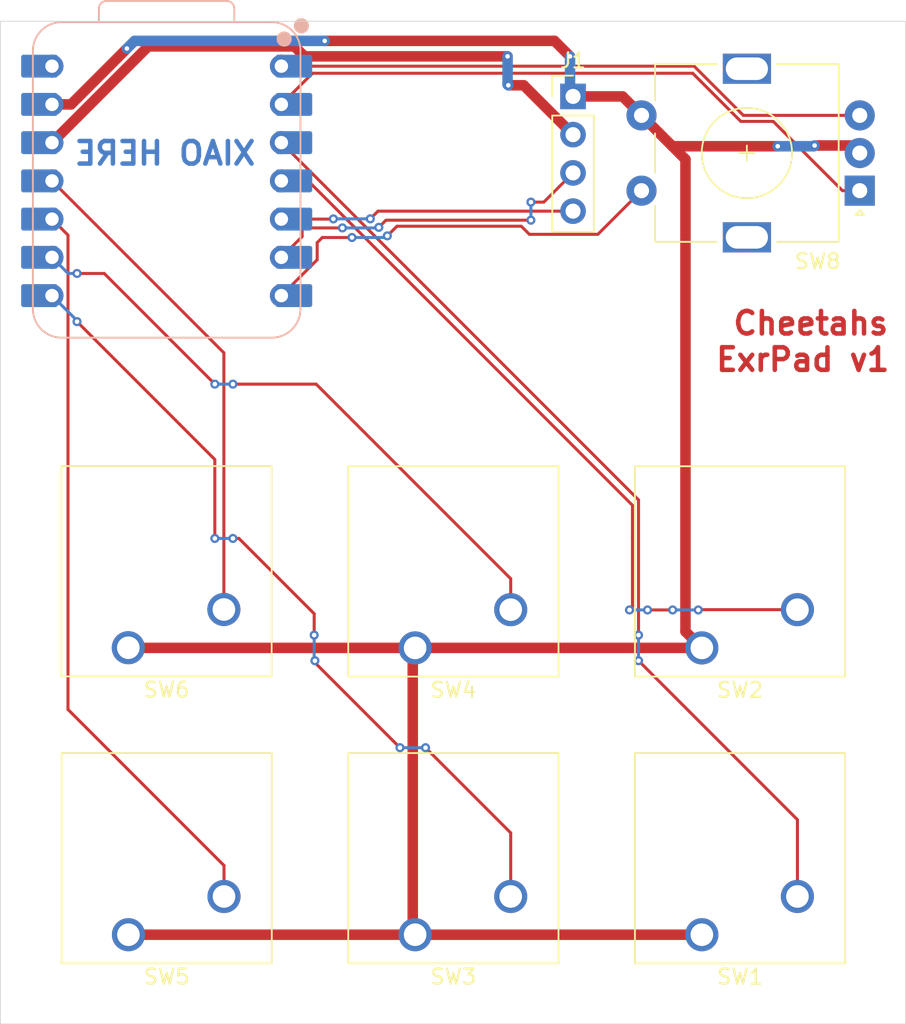
<source format=kicad_pcb>
(kicad_pcb (version 20241229) (generator "pcbnew") (generator_version "9.0")
  (layers (0 "F.Cu" signal) (2 "B.Cu" signal) (13 "F.Paste" user) (15 "B.Paste" user) (5 "F.SilkS" user "F.Silkscreen") (7 "B.SilkS" user "B.Silkscreen") (1 "F.Mask" user) (3 "B.Mask" user) (25 "Edge.Cuts" user))
  (net 0 "")
  (net 1 "Net-(J1-Pin_4)")
  (net 2 "Net-(J1-Pin_3)")
  (net 3 "VCC")
  (net 4 "GND")
  (net 5 "Net-(U1-GPIO28{slash}ADC2{slash}A2)")
  (net 6 "Net-(U1-GPIO29{slash}ADC3{slash}A3)")
  (net 7 "Net-(U1-GPIO1{slash}RX)")
  (net 8 "Net-(U1-GPIO2{slash}SCK)")
  (net 9 "Net-(U1-GPIO4{slash}MISO)")
  (net 10 "Net-(U1-GPIO3{slash}MOSI)")
  (net 11 "Net-(U1-GPIO26{slash}ADC0{slash}A0)")
  (net 12 "Net-(U1-GPIO27{slash}ADC1{slash}A1)")
  (net 13 "RE_Switch")
  (footprint "Rotary_Encoder:RotaryEncoder_Alps_EC11E-Switch_Vertical_H20mm" (layer "F.Cu") (at 175.25 75.75 180)
    (property "Reference" "SW8" (at 2.8 -4.7 0) (layer "F.SilkS"))
    (property "Value" "RotaryEncoder_Switch")
    (fp_line (start 13.6 8.4) (end 9.5 8.4) (stroke (width 0.12)) (layer "F.SilkS"))
    (fp_line (start 13.6 6) (end 13.6 8.4) (stroke (width 0.12)) (layer "F.SilkS"))
    (fp_line (start 13.6 1.2) (end 13.6 3.8) (stroke (width 0.12)) (layer "F.SilkS"))
    (fp_line (start 13.6 -3.4) (end 13.6 -1) (stroke (width 0.12)) (layer "F.SilkS"))
    (fp_line (start 9.5 -3.4) (end 13.6 -3.4) (stroke (width 0.12)) (layer "F.SilkS"))
    (fp_line (start 7.5 2) (end 7.5 3) (stroke (width 0.12)) (layer "F.SilkS"))
    (fp_line (start 7 2.5) (end 8 2.5) (stroke (width 0.12)) (layer "F.SilkS"))
    (fp_line (start 5.5 8.4) (end 1.4 8.4) (stroke (width 0.12)) (layer "F.SilkS"))
    (fp_line (start 5.5 -3.4) (end 1.4 -3.4) (stroke (width 0.12)) (layer "F.SilkS"))
    (fp_line (start 1.4 -3.4) (end 1.4 8.4) (stroke (width 0.12)) (layer "F.SilkS"))
    (fp_line (start 0.3 -1.6) (end 0 -1.3) (stroke (width 0.12)) (layer "F.SilkS"))
    (fp_line (start 0 -1.3) (end -0.3 -1.6) (stroke (width 0.12)) (layer "F.SilkS"))
    (fp_line (start -0.3 -1.6) (end 0.3 -1.6) (stroke (width 0.12)) (layer "F.SilkS"))
    (fp_circle (center 7.5 2.5) (end 10.5 2.5) (stroke (width 0.12)) (fill no) (layer "F.SilkS"))
    (pad "A" thru_hole rect (at 0 0 180) (size 2 2) (drill 1) (layers "*.Cu" "*.Mask") (net 12 "Net-(U1-GPIO27{slash}ADC1{slash}A1)"))
    (pad "B" thru_hole circle (at 0 5 180) (size 2 2) (drill 1) (layers "*.Cu" "*.Mask") (net 11 "Net-(U1-GPIO26{slash}ADC0{slash}A0)"))
    (pad "C" thru_hole circle (at 0 2.5 180) (size 2 2) (drill 1) (layers "*.Cu" "*.Mask") (net 4 "GND"))
    (pad "MP" thru_hole rect (at 7.5 -3.1 180) (size 3.2 2) (drill oval 2.8 1.5) (layers "*.Cu" "*.Mask"))
    (pad "MP" thru_hole rect (at 7.5 8.1 180) (size 3.2 2) (drill oval 2.8 1.5) (layers "*.Cu" "*.Mask"))
    (pad "S1" thru_hole circle (at 14.5 5 180) (size 2 2) (drill 1) (layers "*.Cu" "*.Mask") (net 4 "GND"))
    (pad "S2" thru_hole circle (at 14.5 0 180) (size 2 2) (drill 1) (layers "*.Cu" "*.Mask") (net 13 "RE_Switch"))
  )
  (footprint "Switch:SW_Cherry_MX_1.00u_PCB" (layer "F.Cu") (at 145.70875 125.17125 180)
    (property "Reference" "SW3" (at -2.54 -2.794 180) (layer "F.SilkS"))
    (property "Value" "SW_Push")
    (fp_line (start 4.445 12.065) (end -9.525 12.065) (stroke (width 0.12)) (layer "F.SilkS"))
    (fp_line (start 4.445 -1.905) (end 4.445 12.065) (stroke (width 0.12)) (layer "F.SilkS"))
    (fp_line (start -9.525 12.065) (end -9.525 -1.905) (stroke (width 0.12)) (layer "F.SilkS"))
    (fp_line (start -9.525 -1.905) (end 4.445 -1.905) (stroke (width 0.12)) (layer "F.SilkS"))
    (pad "" np_thru_hole circle (at -7.62 5.08 180) (size 1.7 1.7) (drill 1.7) (layers "*.Cu" "*.Mask"))
    (pad "" np_thru_hole circle (at -2.54 5.08 180) (size 4 4) (drill 4) (layers "*.Cu" "*.Mask"))
    (pad "" np_thru_hole circle (at 2.54 5.08 180) (size 1.7 1.7) (drill 1.7) (layers "*.Cu" "*.Mask"))
    (pad "1" thru_hole circle (at 0 0 180) (size 2.2 2.2) (drill 1.5) (layers "*.Cu" "*.Mask") (net 4 "GND"))
    (pad "2" thru_hole circle (at -6.35 2.54 180) (size 2.2 2.2) (drill 1.5) (layers "*.Cu" "*.Mask") (net 7 "Net-(U1-GPIO1{slash}RX)"))
  )
  (footprint "Switch:SW_Cherry_MX_1.00u_PCB" (layer "F.Cu") (at 126.65875 125.17125 180)
    (property "Reference" "SW5" (at -2.54 -2.794 180) (layer "F.SilkS"))
    (property "Value" "SW_Push")
    (fp_line (start 4.445 12.065) (end -9.525 12.065) (stroke (width 0.12)) (layer "F.SilkS"))
    (fp_line (start 4.445 -1.905) (end 4.445 12.065) (stroke (width 0.12)) (layer "F.SilkS"))
    (fp_line (start -9.525 12.065) (end -9.525 -1.905) (stroke (width 0.12)) (layer "F.SilkS"))
    (fp_line (start -9.525 -1.905) (end 4.445 -1.905) (stroke (width 0.12)) (layer "F.SilkS"))
    (pad "" np_thru_hole circle (at -7.62 5.08 180) (size 1.7 1.7) (drill 1.7) (layers "*.Cu" "*.Mask"))
    (pad "" np_thru_hole circle (at -2.54 5.08 180) (size 4 4) (drill 4) (layers "*.Cu" "*.Mask"))
    (pad "" np_thru_hole circle (at 2.54 5.08 180) (size 1.7 1.7) (drill 1.7) (layers "*.Cu" "*.Mask"))
    (pad "1" thru_hole circle (at 0 0 180) (size 2.2 2.2) (drill 1.5) (layers "*.Cu" "*.Mask") (net 4 "GND"))
    (pad "2" thru_hole circle (at -6.35 2.54 180) (size 2.2 2.2) (drill 1.5) (layers "*.Cu" "*.Mask") (net 9 "Net-(U1-GPIO4{slash}MISO)"))
  )
  (footprint "Switch:SW_Cherry_MX_1.00u_PCB" (layer "F.Cu") (at 164.75875 106.12125 180)
    (property "Reference" "SW2" (at -2.54 -2.794 180) (layer "F.SilkS"))
    (property "Value" "SW_Push")
    (fp_line (start 4.445 12.065) (end -9.525 12.065) (stroke (width 0.12)) (layer "F.SilkS"))
    (fp_line (start 4.445 -1.905) (end 4.445 12.065) (stroke (width 0.12)) (layer "F.SilkS"))
    (fp_line (start -9.525 12.065) (end -9.525 -1.905) (stroke (width 0.12)) (layer "F.SilkS"))
    (fp_line (start -9.525 -1.905) (end 4.445 -1.905) (stroke (width 0.12)) (layer "F.SilkS"))
    (pad "" np_thru_hole circle (at -7.62 5.08 180) (size 1.7 1.7) (drill 1.7) (layers "*.Cu" "*.Mask"))
    (pad "" np_thru_hole circle (at -2.54 5.08 180) (size 4 4) (drill 4) (layers "*.Cu" "*.Mask"))
    (pad "" np_thru_hole circle (at 2.54 5.08 180) (size 1.7 1.7) (drill 1.7) (layers "*.Cu" "*.Mask"))
    (pad "1" thru_hole circle (at 0 0 180) (size 2.2 2.2) (drill 1.5) (layers "*.Cu" "*.Mask") (net 4 "GND"))
    (pad "2" thru_hole circle (at -6.35 2.54 180) (size 2.2 2.2) (drill 1.5) (layers "*.Cu" "*.Mask") (net 6 "Net-(U1-GPIO29{slash}ADC3{slash}A3)"))
  )
  (footprint "Switch:SW_Cherry_MX_1.00u_PCB" (layer "F.Cu") (at 164.75875 125.17125 180)
    (property "Reference" "SW1" (at -2.54 -2.794 180) (layer "F.SilkS"))
    (property "Value" "SW_Push")
    (fp_line (start 4.445 12.065) (end -9.525 12.065) (stroke (width 0.12)) (layer "F.SilkS"))
    (fp_line (start 4.445 -1.905) (end 4.445 12.065) (stroke (width 0.12)) (layer "F.SilkS"))
    (fp_line (start -9.525 12.065) (end -9.525 -1.905) (stroke (width 0.12)) (layer "F.SilkS"))
    (fp_line (start -9.525 -1.905) (end 4.445 -1.905) (stroke (width 0.12)) (layer "F.SilkS"))
    (pad "" np_thru_hole circle (at -7.62 5.08 180) (size 1.7 1.7) (drill 1.7) (layers "*.Cu" "*.Mask"))
    (pad "" np_thru_hole circle (at -2.54 5.08 180) (size 4 4) (drill 4) (layers "*.Cu" "*.Mask"))
    (pad "" np_thru_hole circle (at 2.54 5.08 180) (size 1.7 1.7) (drill 1.7) (layers "*.Cu" "*.Mask"))
    (pad "1" thru_hole circle (at 0 0 180) (size 2.2 2.2) (drill 1.5) (layers "*.Cu" "*.Mask") (net 4 "GND"))
    (pad "2" thru_hole circle (at -6.35 2.54 180) (size 2.2 2.2) (drill 1.5) (layers "*.Cu" "*.Mask") (net 5 "Net-(U1-GPIO28{slash}ADC2{slash}A2)"))
  )
  (footprint "Connector_PinHeader_2.54mm:PinHeader_1x04_P2.54mm_Vertical" (layer "F.Cu") (at 156.2 69.49)
    (property "Reference" "J1" (at 0 -2.38 0) (layer "F.SilkS"))
    (property "Value" "Screen")
    (fp_line (start -1.38 -1.38) (end 0 -1.38) (stroke (width 0.12)) (layer "F.SilkS"))
    (fp_line (start -1.38 0) (end -1.38 -1.38) (stroke (width 0.12)) (layer "F.SilkS"))
    (fp_line (start -1.38 1.27) (end -1.38 9) (stroke (width 0.12)) (layer "F.SilkS"))
    (fp_line (start -1.38 1.27) (end 1.38 1.27) (stroke (width 0.12)) (layer "F.SilkS"))
    (fp_line (start -1.38 9) (end 1.38 9) (stroke (width 0.12)) (layer "F.SilkS"))
    (fp_line (start 1.38 1.27) (end 1.38 9) (stroke (width 0.12)) (layer "F.SilkS"))
    (pad "1" thru_hole rect (at 0 0) (size 1.7 1.7) (drill 1) (layers "*.Cu" "*.Mask") (net 4 "GND"))
    (pad "2" thru_hole circle (at 0 2.54) (size 1.7 1.7) (drill 1) (layers "*.Cu" "*.Mask") (net 3 "VCC"))
    (pad "3" thru_hole circle (at 0 5.08) (size 1.7 1.7) (drill 1) (layers "*.Cu" "*.Mask") (net 2 "Net-(J1-Pin_3)"))
    (pad "4" thru_hole circle (at 0 7.62) (size 1.7 1.7) (drill 1) (layers "*.Cu" "*.Mask") (net 1 "Net-(J1-Pin_4)"))
  )
  (footprint "Switch:SW_Cherry_MX_1.00u_PCB" (layer "F.Cu") (at 145.70875 106.12125 180)
    (property "Reference" "SW4" (at -2.54 -2.794 180) (layer "F.SilkS"))
    (property "Value" "SW_Push")
    (fp_line (start 4.445 12.065) (end -9.525 12.065) (stroke (width 0.12)) (layer "F.SilkS"))
    (fp_line (start 4.445 -1.905) (end 4.445 12.065) (stroke (width 0.12)) (layer "F.SilkS"))
    (fp_line (start -9.525 12.065) (end -9.525 -1.905) (stroke (width 0.12)) (layer "F.SilkS"))
    (fp_line (start -9.525 -1.905) (end 4.445 -1.905) (stroke (width 0.12)) (layer "F.SilkS"))
    (pad "" np_thru_hole circle (at -7.62 5.08 180) (size 1.7 1.7) (drill 1.7) (layers "*.Cu" "*.Mask"))
    (pad "" np_thru_hole circle (at -2.54 5.08 180) (size 4 4) (drill 4) (layers "*.Cu" "*.Mask"))
    (pad "" np_thru_hole circle (at 2.54 5.08 180) (size 1.7 1.7) (drill 1.7) (layers "*.Cu" "*.Mask"))
    (pad "1" thru_hole circle (at 0 0 180) (size 2.2 2.2) (drill 1.5) (layers "*.Cu" "*.Mask") (net 4 "GND"))
    (pad "2" thru_hole circle (at -6.35 2.54 180) (size 2.2 2.2) (drill 1.5) (layers "*.Cu" "*.Mask") (net 8 "Net-(U1-GPIO2{slash}SCK)"))
  )
  (footprint "Switch:SW_Cherry_MX_1.00u_PCB" (layer "F.Cu") (at 126.65 106.11 180)
    (property "Reference" "SW6" (at -2.54 -2.794 180) (layer "F.SilkS"))
    (property "Value" "SW_Push")
    (fp_line (start 4.445 12.065) (end -9.525 12.065) (stroke (width 0.12)) (layer "F.SilkS"))
    (fp_line (start 4.445 -1.905) (end 4.445 12.065) (stroke (width 0.12)) (layer "F.SilkS"))
    (fp_line (start -9.525 12.065) (end -9.525 -1.905) (stroke (width 0.12)) (layer "F.SilkS"))
    (fp_line (start -9.525 -1.905) (end 4.445 -1.905) (stroke (width 0.12)) (layer "F.SilkS"))
    (pad "" np_thru_hole circle (at -7.62 5.08 180) (size 1.7 1.7) (drill 1.7) (layers "*.Cu" "*.Mask"))
    (pad "" np_thru_hole circle (at -2.54 5.08 180) (size 4 4) (drill 4) (layers "*.Cu" "*.Mask"))
    (pad "" np_thru_hole circle (at 2.54 5.08 180) (size 1.7 1.7) (drill 1.7) (layers "*.Cu" "*.Mask"))
    (pad "1" thru_hole circle (at 0 0 180) (size 2.2 2.2) (drill 1.5) (layers "*.Cu" "*.Mask") (net 4 "GND"))
    (pad "2" thru_hole circle (at -6.35 2.54 180) (size 2.2 2.2) (drill 1.5) (layers "*.Cu" "*.Mask") (net 10 "Net-(U1-GPIO3{slash}MOSI)"))
  )
  (footprint "OPL Lib:XIAO-RP2040-DIP" (layer "B.Cu") (at 129.2 75.1 180)
    (property "Reference" "U1" (hide yes))
    (property "Value" "XIAO-RP2040-DIP")
    (fp_line (start 8.89 -8.509) (end 8.89 8.636) (stroke (width 0.127)) (layer "B.SilkS"))
    (fp_line (start 6.985 10.541) (end -6.985 10.541) (stroke (width 0.1)) (layer "B.SilkS"))
    (fp_line (start 6.985 10.541) (end -6.985 10.541) (stroke (width 0.127)) (layer "B.SilkS"))
    (fp_line (start 4.504 11.451) (end 4.504 10.541) (stroke (width 0.127)) (layer "B.SilkS"))
    (fp_line (start -3.991272 11.951) (end 4.004 11.951) (stroke (width 0.127)) (layer "B.SilkS"))
    (fp_line (start -4.495 10.541) (end -4.491272 11.451272) (stroke (width 0.127)) (layer "B.SilkS"))
    (fp_line (start -6.985 -10.414) (end 6.985 -10.414) (stroke (width 0.127)) (layer "B.SilkS"))
    (fp_line (start -8.89 -8.509) (end -8.89 8.636) (stroke (width 0.127)) (layer "B.SilkS"))
    (fp_arc (start 8.89 8.636) (mid 8.332038 9.983038) (end 6.985 10.541) (stroke (width 0.127)) (layer "B.SilkS"))
    (fp_arc (start 6.985 -10.414) (mid 8.332038 -9.856038) (end 8.89 -8.509) (stroke (width 0.127)) (layer "B.SilkS"))
    (fp_arc (start 4.504 11.451) (mid 4.357553 11.804553) (end 4.004 11.951) (stroke (width 0.127)) (layer "B.SilkS"))
    (fp_arc (start -3.991272 11.951) (mid -4.344724 11.804644) (end -4.491272 11.451272) (stroke (width 0.127)) (layer "B.SilkS"))
    (fp_arc (start -6.985 10.541) (mid -8.332038 9.983038) (end -8.89 8.636) (stroke (width 0.127)) (layer "B.SilkS"))
    (fp_arc (start -8.89 -8.509) (mid -8.332038 -9.856038) (end -6.985 -10.414) (stroke (width 0.127)) (layer "B.SilkS"))
    (fp_circle (center -7.807 9.42) (end -7.807 9.674) (stroke (width 0.5)) (fill yes) (layer "B.SilkS"))
    (fp_circle (center -8.95 10.3) (end -8.95 10.554) (stroke (width 0.5)) (fill yes) (layer "B.SilkS"))
    (pad "1" smd roundrect (at -8.455 7.62) (size 2.432 1.524) (layers "B.Cu" "B.Mask") (roundrect_rratio 0.1) (net 11 "Net-(U1-GPIO26{slash}ADC0{slash}A0)"))
    (pad "1" thru_hole circle (at -7.62 7.62) (size 1.524 1.524) (drill 0.889) (layers "*.Cu" "*.Mask") (net 11 "Net-(U1-GPIO26{slash}ADC0{slash}A0)"))
    (pad "2" smd roundrect (at -8.455 5.08) (size 2.432 1.524) (layers "B.Cu" "B.Mask") (roundrect_rratio 0.1) (net 12 "Net-(U1-GPIO27{slash}ADC1{slash}A1)"))
    (pad "2" thru_hole circle (at -7.62 5.08) (size 1.524 1.524) (drill 0.889) (layers "*.Cu" "*.Mask") (net 12 "Net-(U1-GPIO27{slash}ADC1{slash}A1)"))
    (pad "3" smd roundrect (at -8.455 2.54) (size 2.432 1.524) (layers "B.Cu" "B.Mask") (roundrect_rratio 0.1) (net 5 "Net-(U1-GPIO28{slash}ADC2{slash}A2)"))
    (pad "3" thru_hole circle (at -7.62 2.54) (size 1.524 1.524) (drill 0.889) (layers "*.Cu" "*.Mask") (net 5 "Net-(U1-GPIO28{slash}ADC2{slash}A2)"))
    (pad "4" smd roundrect (at -8.455 0) (size 2.432 1.524) (layers "B.Cu" "B.Mask") (roundrect_rratio 0.1) (net 6 "Net-(U1-GPIO29{slash}ADC3{slash}A3)"))
    (pad "4" thru_hole circle (at -7.62 0) (size 1.524 1.524) (drill 0.889) (layers "*.Cu" "*.Mask") (net 6 "Net-(U1-GPIO29{slash}ADC3{slash}A3)"))
    (pad "5" smd roundrect (at -8.455 -2.54) (size 2.432 1.524) (layers "B.Cu" "B.Mask") (roundrect_rratio 0.1) (net 1 "Net-(J1-Pin_4)"))
    (pad "5" thru_hole circle (at -7.62 -2.54) (size 1.524 1.524) (drill 0.889) (layers "*.Cu" "*.Mask") (net 1 "Net-(J1-Pin_4)"))
    (pad "6" smd roundrect (at -8.455 -5.08) (size 2.432 1.524) (layers "B.Cu" "B.Mask") (roundrect_rratio 0.1) (net 2 "Net-(J1-Pin_3)"))
    (pad "6" thru_hole circle (at -7.62 -5.08) (size 1.524 1.524) (drill 0.889) (layers "*.Cu" "*.Mask") (net 2 "Net-(J1-Pin_3)"))
    (pad "7" smd roundrect (at -8.455 -7.62) (size 2.432 1.524) (layers "B.Cu" "B.Mask") (roundrect_rratio 0.1) (net 13 "RE_Switch"))
    (pad "7" thru_hole circle (at -7.62 -7.62) (size 1.524 1.524) (drill 0.889) (layers "*.Cu" "*.Mask") (net 13 "RE_Switch"))
    (pad "8" thru_hole circle (at 7.62 -7.62 180) (size 1.524 1.524) (drill 0.889) (layers "*.Cu" "*.Mask") (net 7 "Net-(U1-GPIO1{slash}RX)"))
    (pad "8" smd roundrect (at 8.455 -7.62 180) (size 2.432 1.524) (layers "B.Cu" "B.Mask") (roundrect_rratio 0.1) (net 7 "Net-(U1-GPIO1{slash}RX)"))
    (pad "9" thru_hole circle (at 7.62 -5.08 180) (size 1.524 1.524) (drill 0.889) (layers "*.Cu" "*.Mask") (net 8 "Net-(U1-GPIO2{slash}SCK)"))
    (pad "9" smd roundrect (at 8.455 -5.08 180) (size 2.432 1.524) (layers "B.Cu" "B.Mask") (roundrect_rratio 0.1) (net 8 "Net-(U1-GPIO2{slash}SCK)"))
    (pad "10" thru_hole circle (at 7.62 -2.54 180) (size 1.524 1.524) (drill 0.889) (layers "*.Cu" "*.Mask") (net 9 "Net-(U1-GPIO4{slash}MISO)"))
    (pad "10" smd roundrect (at 8.455 -2.54 180) (size 2.432 1.524) (layers "B.Cu" "B.Mask") (roundrect_rratio 0.1) (net 9 "Net-(U1-GPIO4{slash}MISO)"))
    (pad "11" thru_hole circle (at 7.62 0 180) (size 1.524 1.524) (drill 0.889) (layers "*.Cu" "*.Mask") (net 10 "Net-(U1-GPIO3{slash}MOSI)"))
    (pad "11" smd roundrect (at 8.455 0 180) (size 2.432 1.524) (layers "B.Cu" "B.Mask") (roundrect_rratio 0.1) (net 10 "Net-(U1-GPIO3{slash}MOSI)"))
    (pad "12" thru_hole circle (at 7.62 2.54 180) (size 1.524 1.524) (drill 0.889) (layers "*.Cu" "*.Mask") (net 3 "VCC"))
    (pad "12" smd roundrect (at 8.455 2.54 180) (size 2.432 1.524) (layers "B.Cu" "B.Mask") (roundrect_rratio 0.1) (net 3 "VCC"))
    (pad "13" thru_hole circle (at 7.62 5.08 180) (size 1.524 1.524) (drill 0.889) (layers "*.Cu" "*.Mask") (net 4 "GND"))
    (pad "13" smd roundrect (at 8.455 5.08 180) (size 2.432 1.524) (layers "B.Cu" "B.Mask") (roundrect_rratio 0.1) (net 4 "GND"))
    (pad "14" thru_hole circle (at 7.62 7.62 180) (size 1.524 1.524) (drill 0.889) (layers "*.Cu" "*.Mask"))
    (pad "14" smd roundrect (at 8.455 7.62 180) (size 2.432 1.524) (layers "B.Cu" "B.Mask") (roundrect_rratio 0.1))
  )
  (gr_rect (start 118.15 64.5) (end 178.3 131.1) (stroke (width 0.05)) (fill no) (layer "Edge.Cuts"))
  (gr_text " Cheetahs\nExrPad v1" (at 165.55 87.85 0) (layer "F.Cu") (effects (font (size 1.5 1.5) (thickness 0.3) (bold yes)) (justify left bottom)))
  (gr_text "XIAO HERE\n" (at 135.25 74.15 0) (layer "B.Cu") (effects (font (size 1.5 1.5) (thickness 0.3) (bold yes)) (justify left bottom mirror)))
  (segment (start 142.729265 77.620735) (end 143.24 77.11) (width 0.2) (layer "F.Cu") (net 1))
  (segment (start 136.82 77.64) (end 140.26 77.64) (width 0.2) (layer "F.Cu") (net 1))
  (segment (start 140.26 77.64) (end 140.275735 77.624265) (width 0.2) (layer "F.Cu") (net 1))
  (segment (start 143.24 77.11) (end 156.2 77.11) (width 0.2) (layer "F.Cu") (net 1))
  (via (at 142.729265 77.620735) (size 0.6) (drill 0.3) (layers "F.Cu" "B.Cu") (net 1))
  (via (at 140.275735 77.624265) (size 0.6) (drill 0.3) (layers "F.Cu" "B.Cu") (net 1))
  (segment (start 142.725735 77.624265) (end 142.729265 77.620735) (width 0.2) (layer "B.Cu") (net 1))
  (segment (start 140.275735 77.624265) (end 142.725735 77.624265) (width 0.2) (layer "B.Cu") (net 1))
  (segment (start 143.294952 78.186422) (end 143.771374 77.71) (width 0.2) (layer "F.Cu") (net 2))
  (segment (start 136.82 80.18) (end 138.2 78.8) (width 0.2) (layer "F.Cu") (net 2))
  (segment (start 138.2 78.05) (end 138.374265 78.224265) (width 0.2) (layer "F.Cu") (net 2))
  (segment (start 138.2 78.8) (end 138.2 78.05) (width 0.2) (layer "F.Cu") (net 2))
  (segment (start 154.26 76.51) (end 156.2 74.57) (width 0.2) (layer "F.Cu") (net 2))
  (segment (start 138.374265 78.224265) (end 140.875735 78.224265) (width 0.2) (layer "F.Cu") (net 2))
  (segment (start 143.771374 77.71) (end 153.4 77.71) (width 0.2) (layer "F.Cu") (net 2))
  (segment (start 153.4 76.51) (end 154.26 76.51) (width 0.2) (layer "F.Cu") (net 2))
  (via (at 140.875735 78.224265) (size 0.6) (drill 0.3) (layers "F.Cu" "B.Cu") (net 2))
  (via (at 153.4 76.51) (size 0.6) (drill 0.3) (layers "F.Cu" "B.Cu") (net 2))
  (via (at 143.294952 78.186422) (size 0.6) (drill 0.3) (layers "F.Cu" "B.Cu") (net 2))
  (via (at 153.4 77.71) (size 0.6) (drill 0.3) (layers "F.Cu" "B.Cu") (net 2))
  (segment (start 153.4 77.71) (end 153.4 76.51) (width 0.2) (layer "B.Cu") (net 2))
  (segment (start 143.257109 78.224265) (end 143.294952 78.186422) (width 0.2) (layer "B.Cu") (net 2))
  (segment (start 140.875735 78.224265) (end 143.257109 78.224265) (width 0.2) (layer "B.Cu") (net 2))
  (segment (start 151.9 68.75) (end 152.92 68.75) (width 0.7) (layer "F.Cu") (net 3))
  (segment (start 127.973 66.167) (end 137.688 66.167) (width 0.7) (layer "F.Cu") (net 3))
  (segment (start 152.92 68.75) (end 156.2 72.03) (width 0.7) (layer "F.Cu") (net 3))
  (segment (start 137.688 66.167) (end 138.35 66.829) (width 0.7) (layer "F.Cu") (net 3))
  (segment (start 138.35 66.829) (end 151.85 66.829) (width 0.7) (layer "F.Cu") (net 3))
  (segment (start 121.58 72.56) (end 127.973 66.167) (width 0.7) (layer "F.Cu") (net 3))
  (via (at 151.9 68.75) (size 0.6) (drill 0.3) (layers "F.Cu" "B.Cu") (net 3))
  (via (at 151.85 66.829) (size 0.6) (drill 0.3) (layers "F.Cu" "B.Cu") (net 3))
  (segment (start 151.85 68.7) (end 151.9 68.75) (width 0.7) (layer "B.Cu") (net 3))
  (segment (start 151.85 66.829) (end 151.85 68.7) (width 0.7) (layer "B.Cu") (net 3))
  (segment (start 145.55 106.28) (end 145.55 125.0125) (width 0.7) (layer "F.Cu") (net 4))
  (segment (start 159.49 69.49) (end 160.75 70.75) (width 0.7) (layer "F.Cu") (net 4))
  (segment (start 145.70875 106.12125) (end 126.66125 106.12125) (width 0.7) (layer "F.Cu") (net 4))
  (segment (start 121.58 70.02) (end 122.845794 70.02) (width 0.7) (layer "F.Cu") (net 4))
  (segment (start 174.75 72.75) (end 175.25 73.25) (width 0.7) (layer "F.Cu") (net 4))
  (segment (start 145.70875 106.12125) (end 145.55 106.28) (width 0.7) (layer "F.Cu") (net 4))
  (segment (start 163.66975 73.66975) (end 163.66975 105.03225) (width 0.7) (layer "F.Cu") (net 4))
  (segment (start 126.66125 106.12125) (end 126.65 106.11) (width 0.7) (layer "F.Cu") (net 4))
  (segment (start 145.55 125.0125) (end 145.70875 125.17125) (width 0.7) (layer "F.Cu") (net 4))
  (segment (start 172.25 72.75) (end 174.75 72.75) (width 0.7) (layer "F.Cu") (net 4))
  (segment (start 164.75875 106.12125) (end 145.70875 106.12125) (width 0.7) (layer "F.Cu") (net 4))
  (segment (start 162.8 72.8) (end 169.8 72.8) (width 0.7) (layer "F.Cu") (net 4))
  (segment (start 139.7 65.8) (end 154.971 65.8) (width 0.7) (layer "F.Cu") (net 4))
  (segment (start 160.75 70.75) (end 162.8 72.8) (width 0.7) (layer "F.Cu") (net 4))
  (segment (start 163.66975 105.03225) (end 164.75875 106.12125) (width 0.7) (layer "F.Cu") (net 4))
  (segment (start 162.8 72.8) (end 163.66975 73.66975) (width 0.7) (layer "F.Cu") (net 4))
  (segment (start 156.2 69.49) (end 159.49 69.49) (width 0.7) (layer "F.Cu") (net 4))
  (segment (start 154.971 65.8) (end 156 66.829) (width 0.7) (layer "F.Cu") (net 4))
  (segment (start 145.70875 125.17125) (end 164.75875 125.17125) (width 0.7) (layer "F.Cu") (net 4))
  (segment (start 145.70875 125.17125) (end 126.65875 125.17125) (width 0.7) (layer "F.Cu") (net 4))
  (segment (start 122.845794 70.02) (end 126.557897 66.307897) (width 0.7) (layer "F.Cu") (net 4))
  (via (at 139.7 65.8) (size 0.6) (drill 0.3) (layers "F.Cu" "B.Cu") (net 4))
  (via (at 126.557897 66.307897) (size 0.6) (drill 0.3) (layers "F.Cu" "B.Cu") (net 4))
  (via (at 172.25 72.75) (size 0.6) (drill 0.3) (layers "F.Cu" "B.Cu") (net 4))
  (via (at 156 66.829) (size 0.6) (drill 0.3) (layers "F.Cu" "B.Cu") (net 4))
  (via (at 169.8 72.8) (size 0.6) (drill 0.3) (layers "F.Cu" "B.Cu") (net 4))
  (segment (start 172.2 72.8) (end 172.25 72.75) (width 0.7) (layer "B.Cu") (net 4))
  (segment (start 169.8 72.8) (end 172.2 72.8) (width 0.7) (layer "B.Cu") (net 4))
  (segment (start 127.065794 65.8) (end 139.7 65.8) (width 0.7) (layer "B.Cu") (net 4))
  (segment (start 126.557897 66.307897) (end 127.065794 65.8) (width 0.7) (layer "B.Cu") (net 4))
  (segment (start 156 66.829) (end 156 69.29) (width 0.7) (layer "B.Cu") (net 4))
  (segment (start 156 69.29) (end 156.2 69.49) (width 0.7) (layer "B.Cu") (net 4))
  (segment (start 171.10875 117.53) (end 171.10875 122.63125) (width 0.2) (layer "F.Cu") (net 5))
  (segment (start 136.82 72.56) (end 160.55 96.29) (width 0.2) (layer "F.Cu") (net 5))
  (segment (start 160.55 106.97125) (end 171.10875 117.53) (width 0.2) (layer "F.Cu") (net 5))
  (segment (start 160.55 96.29) (end 160.55 105.27125) (width 0.2) (layer "F.Cu") (net 5))
  (via (at 160.55 105.27125) (size 0.6) (drill 0.3) (layers "F.Cu" "B.Cu") (net 5))
  (via (at 160.55 106.97125) (size 0.6) (drill 0.3) (layers "F.Cu" "B.Cu") (net 5))
  (segment (start 160.55 105.27125) (end 160.55 106.97125) (width 0.2) (layer "B.Cu") (net 5))
  (segment (start 136.82 75.1) (end 138.6 75.1) (width 0.2) (layer "F.Cu") (net 6))
  (segment (start 160.149 103.401) (end 159.95 103.6) (width 0.2) (layer "F.Cu") (net 6))
  (segment (start 161.15 103.6) (end 162.81975 103.6) (width 0.2) (layer "F.Cu") (net 6))
  (segment (start 138.6 75.1) (end 139.45 75.95) (width 0.2) (layer "F.Cu") (net 6))
  (segment (start 164.5385 103.58125) (end 171.10875 103.58125) (width 0.2) (layer "F.Cu") (net 6))
  (segment (start 164.51975 103.6) (end 164.5385 103.58125) (width 0.2) (layer "F.Cu") (net 6))
  (segment (start 139.45 75.95) (end 160.149 96.649) (width 0.2) (layer "F.Cu") (net 6))
  (segment (start 160.149 96.649) (end 160.149 98.8) (width 0.2) (layer "F.Cu") (net 6))
  (segment (start 160.149 98.8) (end 160.149 103.401) (width 0.2) (layer "F.Cu") (net 6))
  (via (at 162.81975 103.6) (size 0.6) (drill 0.3) (layers "F.Cu" "B.Cu") (net 6))
  (via (at 159.95 103.6) (size 0.6) (drill 0.3) (layers "F.Cu" "B.Cu") (net 6))
  (via (at 164.51975 103.6) (size 0.6) (drill 0.3) (layers "F.Cu" "B.Cu") (net 6))
  (via (at 161.15 103.6) (size 0.6) (drill 0.3) (layers "F.Cu" "B.Cu") (net 6))
  (segment (start 162.81975 103.6) (end 164.51975 103.6) (width 0.2) (layer "B.Cu") (net 6))
  (segment (start 159.95 103.6) (end 161.15 103.6) (width 0.2) (layer "B.Cu") (net 6))
  (segment (start 139.05 106.97125) (end 139.05 107.1) (width 0.2) (layer "F.Cu") (net 7))
  (segment (start 146.4 112.75) (end 152.05875 118.40875) (width 0.2) (layer "F.Cu") (net 7))
  (segment (start 132.4 93.607) (end 132.4 98.85) (width 0.2) (layer "F.Cu") (net 7))
  (segment (start 133.6 98.85) (end 134 98.85) (width 0.2) (layer "F.Cu") (net 7))
  (segment (start 139.05 107.1) (end 144.7 112.75) (width 0.2) (layer "F.Cu") (net 7))
  (segment (start 123.243 84.45) (end 132.4 93.607) (width 0.2) (layer "F.Cu") (net 7))
  (segment (start 152.05875 118.40875) (end 152.05875 122.63125) (width 0.2) (layer "F.Cu") (net 7))
  (segment (start 134 98.85) (end 139 103.85) (width 0.2) (layer "F.Cu") (net 7))
  (segment (start 139 103.85) (end 139 105.27125) (width 0.2) (layer "F.Cu") (net 7))
  (via (at 132.4 98.85) (size 0.6) (drill 0.3) (layers "F.Cu" "B.Cu") (net 7))
  (via (at 146.4 112.75) (size 0.6) (drill 0.3) (layers "F.Cu" "B.Cu") (net 7))
  (via (at 123.243 84.45) (size 0.6) (drill 0.3) (layers "F.Cu" "B.Cu") (net 7))
  (via (at 144.7 112.75) (size 0.6) (drill 0.3) (layers "F.Cu" "B.Cu") (net 7))
  (via (at 139.05 106.97125) (size 0.6) (drill 0.3) (layers "F.Cu" "B.Cu") (net 7))
  (via (at 133.6 98.85) (size 0.6) (drill 0.3) (layers "F.Cu" "B.Cu") (net 7))
  (via (at 139 105.27125) (size 0.6) (drill 0.3) (layers "F.Cu" "B.Cu") (net 7))
  (segment (start 121.58 82.72) (end 123.243 84.383) (width 0.2) (layer "B.Cu") (net 7))
  (segment (start 144.7 112.75) (end 146.4 112.75) (width 0.2) (layer "B.Cu") (net 7))
  (segment (start 123.243 84.383) (end 123.243 84.45) (width 0.2) (layer "B.Cu") (net 7))
  (segment (start 139 106.92125) (end 139.05 106.97125) (width 0.2) (layer "B.Cu") (net 7))
  (segment (start 132.4 98.85) (end 133.6 98.85) (width 0.2) (layer "B.Cu") (net 7))
  (segment (start 139 105.27125) (end 139 106.92125) (width 0.2) (layer "B.Cu") (net 7))
  (segment (start 123.243 81.25) (end 125.05 81.25) (width 0.2) (layer "F.Cu") (net 8))
  (segment (start 139.132316 88.6) (end 152.05875 101.526434) (width 0.2) (layer "F.Cu") (net 8))
  (segment (start 125.05 81.25) (end 132.4 88.6) (width 0.2) (layer "F.Cu") (net 8))
  (segment (start 152.05875 101.526434) (end 152.05875 103.58125) (width 0.2) (layer "F.Cu") (net 8))
  (segment (start 133.6 88.6) (end 139.132316 88.6) (width 0.2) (layer "F.Cu") (net 8))
  (via (at 133.6 88.6) (size 0.6) (drill 0.3) (layers "F.Cu" "B.Cu") (net 8))
  (via (at 132.4 88.6) (size 0.6) (drill 0.3) (layers "F.Cu" "B.Cu") (net 8))
  (via (at 123.243 81.25) (size 0.6) (drill 0.3) (layers "F.Cu" "B.Cu") (net 8))
  (segment (start 122.65 81.25) (end 123.243 81.25) (width 0.2) (layer "B.Cu") (net 8))
  (segment (start 121.58 80.18) (end 122.65 81.25) (width 0.2) (layer "B.Cu") (net 8))
  (segment (start 132.4 88.6) (end 133.6 88.6) (width 0.2) (layer "B.Cu") (net 8))
  (segment (start 122.643 110.210684) (end 133.00875 120.576434) (width 0.2) (layer "F.Cu") (net 9))
  (segment (start 121.58 77.64) (end 122.643 78.703) (width 0.2) (layer "F.Cu") (net 9))
  (segment (start 133.00875 120.576434) (end 133.00875 122.63125) (width 0.2) (layer "F.Cu") (net 9))
  (segment (start 122.643 78.703) (end 122.643 110.210684) (width 0.2) (layer "F.Cu") (net 9))
  (segment (start 121.58 75.1) (end 133 86.52) (width 0.2) (layer "F.Cu") (net 10))
  (segment (start 133 86.52) (end 133 103.57) (width 0.2) (layer "F.Cu") (net 10))
  (segment (start 167.515554 70.75) (end 175.25 70.75) (width 0.2) (layer "F.Cu") (net 11))
  (segment (start 164.245554 67.48) (end 167.515554 70.75) (width 0.2) (layer "F.Cu") (net 11))
  (segment (start 136.82 67.48) (end 164.245554 67.48) (width 0.2) (layer "F.Cu") (net 11))
  (segment (start 174.1 75.75) (end 175.25 75.75) (width 0.2) (layer "F.Cu") (net 12))
  (segment (start 169.5 71.15) (end 174.1 75.75) (width 0.2) (layer "F.Cu") (net 12))
  (segment (start 164.148454 67.95) (end 167.348454 71.15) (width 0.2) (layer "F.Cu") (net 12))
  (segment (start 167.348454 71.15) (end 169.5 71.15) (width 0.2) (layer "F.Cu") (net 12))
  (segment (start 138.89 67.95) (end 164.148454 67.95) (width 0.2) (layer "F.Cu") (net 12))
  (segment (start 136.82 70.02) (end 138.89 67.95) (width 0.2) (layer "F.Cu") (net 12))
  (segment (start 139.2 79.2) (end 139.538603 78.861397) (width 0.2) (layer "F.Cu") (net 13))
  (segment (start 144.501748 78.111) (end 152.761 78.111) (width 0.2) (layer "F.Cu") (net 13))
  (segment (start 152.761 78.111) (end 153.3 78.65) (width 0.2) (layer "F.Cu") (net 13))
  (segment (start 139.2 80.34) (end 139.2 79.2) (width 0.2) (layer "F.Cu") (net 13))
  (segment (start 139.538603 78.861397) (end 141.512868 78.861397) (width 0.2) (layer "F.Cu") (net 13))
  (segment (start 153.3 78.65) (end 157.85 78.65) (width 0.2) (layer "F.Cu") (net 13))
  (segment (start 136.82 82.72) (end 139.2 80.34) (width 0.2) (layer "F.Cu") (net 13))
  (segment (start 157.85 78.65) (end 160.75 75.75) (width 0.2) (layer "F.Cu") (net 13))
  (segment (start 143.860639 78.752109) (end 144.501748 78.111) (width 0.2) (layer "F.Cu") (net 13))
  (via (at 141.512868 78.861397) (size 0.6) (drill 0.3) (layers "F.Cu" "B.Cu") (net 13))
  (via (at 143.860639 78.752109) (size 0.6) (drill 0.3) (layers "F.Cu" "B.Cu") (net 13))
  (segment (start 143.751351 78.861397) (end 143.860639 78.752109) (width 0.2) (layer "B.Cu") (net 13))
  (segment (start 141.512868 78.861397) (end 143.751351 78.861397) (width 0.2) (layer "B.Cu") (net 13))
)
</source>
